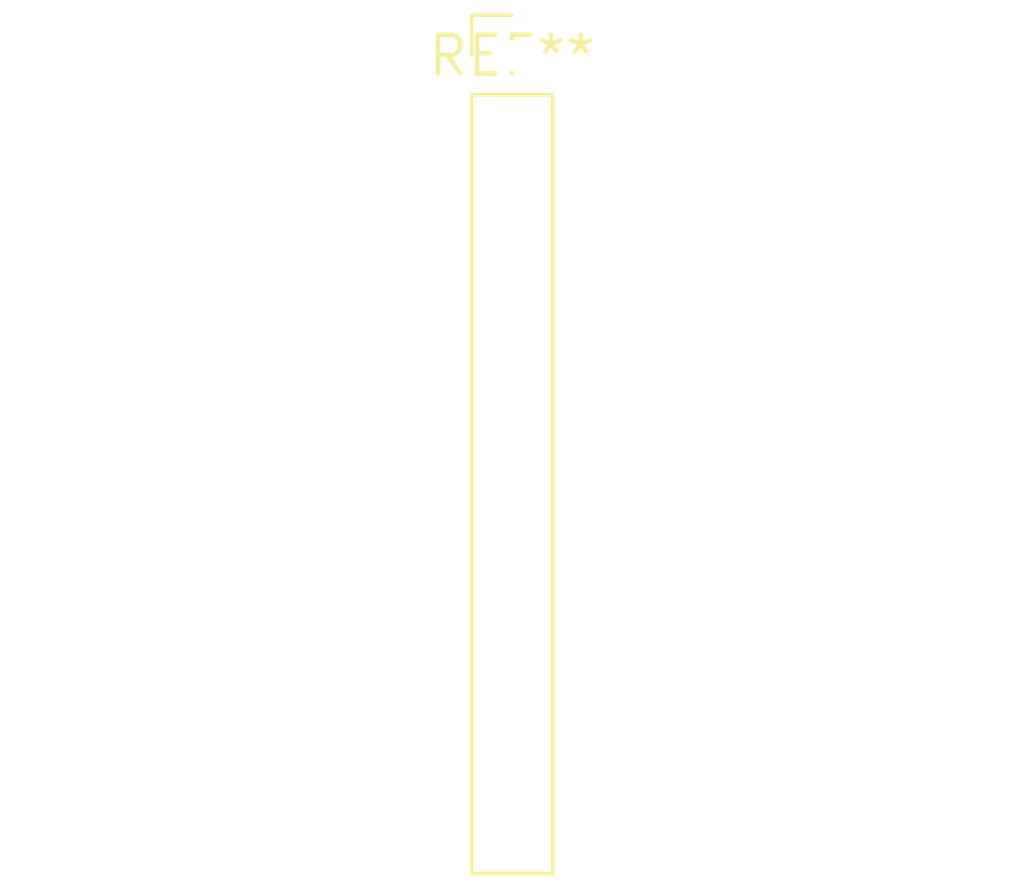
<source format=kicad_pcb>
(kicad_pcb (version 20240108) (generator pcbnew)
  (layers (0 "F.Cu" signal) (31 "B.Cu" signal) (34 "B.Paste" user) (35 "F.Paste" user) (36 "B.SilkS" user "B.Silkscreen") (37 "F.SilkS" user "F.Silkscreen") (38 "B.Mask" user) (39 "F.Mask" user) (44 "Edge.Cuts" user))
  (net 0 "")
  (footprint "PinHeader_1x11_P2.54mm_Vertical" (layer "F.Cu") (at 0 0)
    (property "Reference" "REF**")
    (property "Value" "PinHeader_1x11_P2.54mm_Vertical")
    (fp_line (start -1.33 -1.33) (end 0 -1.33) (layer "F.SilkS") (stroke (width 0.12)))
    (fp_line (start -1.33 0) (end -1.33 -1.33) (layer "F.SilkS") (stroke (width 0.12)))
    (fp_line (start -1.33 1.27) (end -1.33 26.73) (layer "F.SilkS") (stroke (width 0.12)))
    (fp_line (start -1.33 1.27) (end 1.33 1.27) (layer "F.SilkS") (stroke (width 0.12)))
    (fp_line (start -1.33 26.73) (end 1.33 26.73) (layer "F.SilkS") (stroke (width 0.12)))
    (fp_line (start 1.33 1.27) (end 1.33 26.73) (layer "F.SilkS") (stroke (width 0.12)))
    (pad "1" thru_hole rect (at 0 0) (size 1.7 1.7) (drill 1) (layers *.Cu *.Mask) (remove_unused_layers))
    (pad "2" thru_hole oval (at 0 2.54) (size 1.7 1.7) (drill 1) (layers *.Cu *.Mask) (remove_unused_layers))
    (pad "3" thru_hole oval (at 0 5.08) (size 1.7 1.7) (drill 1) (layers *.Cu *.Mask) (remove_unused_layers))
    (pad "4" thru_hole oval (at 0 7.62) (size 1.7 1.7) (drill 1) (layers *.Cu *.Mask) (remove_unused_layers))
    (pad "5" thru_hole oval (at 0 10.16) (size 1.7 1.7) (drill 1) (layers *.Cu *.Mask) (remove_unused_layers))
    (pad "6" thru_hole oval (at 0 12.7) (size 1.7 1.7) (drill 1) (layers *.Cu *.Mask) (remove_unused_layers))
    (pad "7" thru_hole oval (at 0 15.24) (size 1.7 1.7) (drill 1) (layers *.Cu *.Mask) (remove_unused_layers))
    (pad "8" thru_hole oval (at 0 17.78) (size 1.7 1.7) (drill 1) (layers *.Cu *.Mask) (remove_unused_layers))
    (pad "9" thru_hole oval (at 0 20.32) (size 1.7 1.7) (drill 1) (layers *.Cu *.Mask) (remove_unused_layers))
    (pad "10" thru_hole oval (at 0 22.86) (size 1.7 1.7) (drill 1) (layers *.Cu *.Mask) (remove_unused_layers))
    (pad "11" thru_hole oval (at 0 25.4) (size 1.7 1.7) (drill 1) (layers *.Cu *.Mask) (remove_unused_layers))
  )
)
</source>
